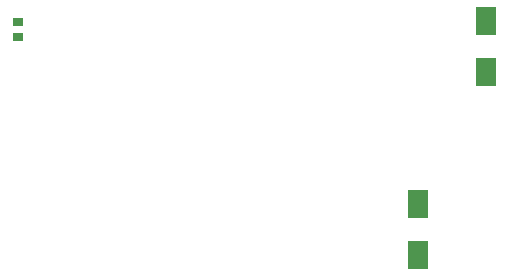
<source format=gbp>
G04*
G04 #@! TF.GenerationSoftware,Altium Limited,Altium Designer,22.8.2 (66)*
G04*
G04 Layer_Color=128*
%FSLAX44Y44*%
%MOMM*%
G71*
G04*
G04 #@! TF.SameCoordinates,B9550543-2847-43AE-AA18-711D015818A4*
G04*
G04*
G04 #@! TF.FilePolarity,Positive*
G04*
G01*
G75*
%ADD15R,1.7500X2.4500*%
%ADD52R,0.9500X0.7000*%
D15*
X1338580Y929296D02*
D03*
Y886296D02*
D03*
X1281430Y731319D02*
D03*
Y774319D02*
D03*
D52*
X942340Y928520D02*
D03*
Y915520D02*
D03*
M02*

</source>
